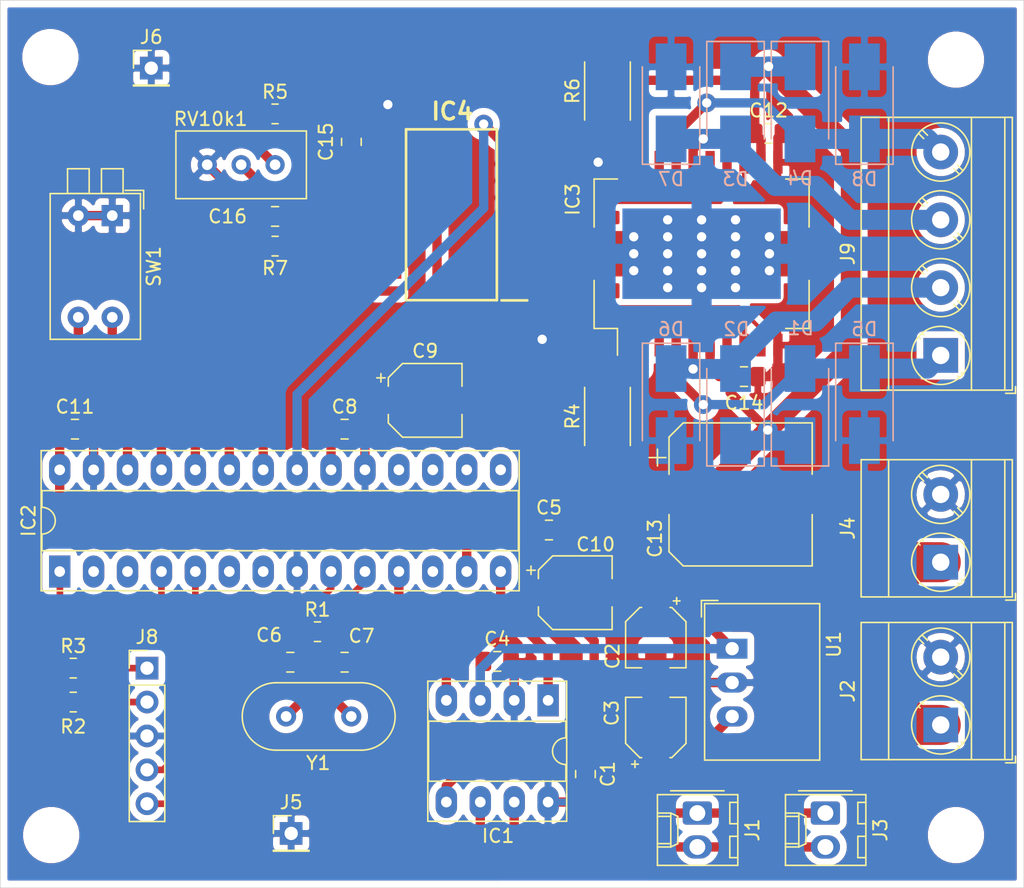
<source format=kicad_pcb>
(kicad_pcb (version 20171130) (host pcbnew "(5.1.10)-1")
  (layers (0 F.Cu signal) (31 B.Cu signal) (34 B.Paste user hide) (35 F.Paste user hide) (36 B.SilkS user) (37 F.SilkS user) (38 B.Mask user hide) (39 F.Mask user hide) (44 Edge.Cuts user))
  (net 0 "")
  (net 1 GND)
  (net 2 +3V3)
  (net 3 "Net-(C7-Pad1)")
  (net 4 +5V)
  (net 5 "Net-(IC2-Pad15)")
  (net 6 "Net-(IC2-Pad2)")
  (net 7 "Net-(IC2-Pad16)")
  (net 8 "Net-(IC2-Pad3)")
  (net 9 "Net-(IC2-Pad17)")
  (net 10 "Net-(IC2-Pad18)")
  (net 11 "Net-(IC2-Pad6)")
  (net 12 "Net-(IC2-Pad7)")
  (net 13 "Net-(IC2-Pad12)")
  (net 14 "Net-(IC2-Pad26)")
  (net 15 "Net-(R5-Pad1)")
  (net 16 "Net-(C6-Pad1)")
  (net 17 "Net-(C8-Pad1)")
  (net 18 "Net-(C16-Pad1)")
  (net 19 /OUT_A)
  (net 20 /OUT_B)
  (net 21 /OUT_C)
  (net 22 /OUT_D)
  (net 23 /TXD)
  (net 24 "Net-(IC1-Pad6)")
  (net 25 "Net-(IC1-Pad7)")
  (net 26 /RXD)
  (net 27 /MCLR)
  (net 28 /PGD)
  (net 29 /PGC)
  (net 30 /297_Enable)
  (net 31 /297_HALF_FULL)
  (net 32 /297_CLOCK)
  (net 33 /297_CW_CCW)
  (net 34 /SenseA)
  (net 35 "Net-(IC3-Pad3)")
  (net 36 /A)
  (net 37 /INHA)
  (net 38 /B)
  (net 39 /C)
  (net 40 /INHB)
  (net 41 /D)
  (net 42 "Net-(IC3-Pad18)")
  (net 43 /SenseB)
  (net 44 "Net-(IC2-Pad25)")
  (net 45 "Net-(J8-Pad1)")
  (net 46 "Net-(IC4-Pad1)")
  (net 47 "Net-(IC4-Pad3)")
  (net 48 "Net-(IC4-Pad15)")
  (net 49 "Net-(IC4-Pad20)")
  (module Capacitor_SMD:C_0805_2012Metric_Pad1.18x1.45mm_HandSolder (layer F.Cu) (at 83.1215 82.931 270)
    (fp_text reference C1 (at 0 -1.68 90) (layer F.SilkS))
    (fp_text value 100n)
    (pad 1 smd roundrect (at -1.0375 0 270) (size 1.175 1.45) (layers F.Cu F.Paste F.Mask) (roundrect_rratio 0.2127659574468085) (net 2 +3V3))
    (pad 2 smd roundrect (at 1.0375 0 270) (size 1.175 1.45) (layers F.Cu F.Paste F.Mask) (roundrect_rratio 0.2127659574468085) (net 1 GND))
  )
  (module Capacitor_SMD:CP_Elec_4x4.5 (layer F.Cu) (at 88.392 72.7075 270)
    (fp_text reference C2 (at 1.397 3.2385 90) (layer F.SilkS))
    (fp_text value "10u Elko")
    (pad 1 smd roundrect (at -1.8 0 270) (size 2.6 1.6) (layers F.Cu F.Paste F.Mask) (roundrect_rratio 0.15625) (net 4 +5V))
    (pad 2 smd roundrect (at 1.8 0 270) (size 2.6 1.6) (layers F.Cu F.Paste F.Mask) (roundrect_rratio 0.15625) (net 1 GND))
  )
  (module Capacitor_SMD:CP_Elec_4x4.5 (layer F.Cu) (at 88.392 79.4385 90)
    (fp_text reference C3 (at 1.0795 -3.302 90) (layer F.SilkS))
    (fp_text value "22u Elko")
    (pad 2 smd roundrect (at 1.8 0 90) (size 2.6 1.6) (layers F.Cu F.Paste F.Mask) (roundrect_rratio 0.15625) (net 1 GND))
    (pad 1 smd roundrect (at -1.8 0 90) (size 2.6 1.6) (layers F.Cu F.Paste F.Mask) (roundrect_rratio 0.15625) (net 2 +3V3))
  )
  (module Capacitor_SMD:C_0805_2012Metric_Pad1.18x1.45mm_HandSolder (layer F.Cu) (at 76.5175 74.4855)
    (fp_text reference C4 (at 0 -1.68) (layer F.SilkS))
    (fp_text value 100n)
    (pad 1 smd roundrect (at -1.0375 0) (size 1.175 1.45) (layers F.Cu F.Paste F.Mask) (roundrect_rratio 0.2127659574468085) (net 4 +5V))
    (pad 2 smd roundrect (at 1.0375 0) (size 1.175 1.45) (layers F.Cu F.Paste F.Mask) (roundrect_rratio 0.2127659574468085) (net 1 GND))
  )
  (module Capacitor_SMD:C_0805_2012Metric_Pad1.18x1.45mm_HandSolder (layer F.Cu) (at 80.391 64.643)
    (fp_text reference C5 (at 0 -1.68) (layer F.SilkS))
    (fp_text value 100n)
    (pad 2 smd roundrect (at 1.0375 0) (size 1.175 1.45) (layers F.Cu F.Paste F.Mask) (roundrect_rratio 0.2127659574468085) (net 1 GND))
    (pad 1 smd roundrect (at -1.0375 0) (size 1.175 1.45) (layers F.Cu F.Paste F.Mask) (roundrect_rratio 0.2127659574468085) (net 2 +3V3))
  )
  (module Capacitor_SMD:C_0805_2012Metric_Pad1.18x1.45mm_HandSolder (layer F.Cu) (at 61.0235 74.549 180)
    (fp_text reference C6 (at 1.5875 2.032) (layer F.SilkS))
    (fp_text value 22p)
    (pad 1 smd roundrect (at -1.0375 0 180) (size 1.175 1.45) (layers F.Cu F.Paste F.Mask) (roundrect_rratio 0.2127659574468085) (net 16 "Net-(C6-Pad1)"))
    (pad 2 smd roundrect (at 1.0375 0 180) (size 1.175 1.45) (layers F.Cu F.Paste F.Mask) (roundrect_rratio 0.2127659574468085) (net 1 GND))
  )
  (module Capacitor_SMD:C_0805_2012Metric_Pad1.18x1.45mm_HandSolder (layer F.Cu) (at 65.0875 74.549)
    (fp_text reference C7 (at 1.27 -1.9685) (layer F.SilkS))
    (fp_text value 22p)
    (pad 2 smd roundrect (at 1.0375 0) (size 1.175 1.45) (layers F.Cu F.Paste F.Mask) (roundrect_rratio 0.2127659574468085) (net 1 GND))
    (pad 1 smd roundrect (at -1.0375 0) (size 1.175 1.45) (layers F.Cu F.Paste F.Mask) (roundrect_rratio 0.2127659574468085) (net 3 "Net-(C7-Pad1)"))
  )
  (module Capacitor_SMD:C_0805_2012Metric_Pad1.18x1.45mm_HandSolder (layer F.Cu) (at 65.0875 57.0865)
    (fp_text reference C8 (at 0 -1.68) (layer F.SilkS))
    (fp_text value 100n)
    (pad 2 smd roundrect (at 1.0375 0) (size 1.175 1.45) (layers F.Cu F.Paste F.Mask) (roundrect_rratio 0.2127659574468085) (net 1 GND))
    (pad 1 smd roundrect (at -1.0375 0) (size 1.175 1.45) (layers F.Cu F.Paste F.Mask) (roundrect_rratio 0.2127659574468085) (net 17 "Net-(C8-Pad1)"))
  )
  (module Capacitor_SMD:CP_Elec_5x5.4 (layer F.Cu) (at 71.12 54.9275)
    (fp_text reference C9 (at 0 -3.7) (layer F.SilkS))
    (fp_text value "47u Elko")
    (pad 1 smd roundrect (at -2.2 0) (size 3 1.6) (layers F.Cu F.Paste F.Mask) (roundrect_rratio 0.15625) (net 17 "Net-(C8-Pad1)"))
    (pad 2 smd roundrect (at 2.2 0) (size 3 1.6) (layers F.Cu F.Paste F.Mask) (roundrect_rratio 0.15625) (net 1 GND))
  )
  (module Capacitor_SMD:CP_Elec_5x5.4 (layer F.Cu) (at 82.3595 69.342)
    (fp_text reference C10 (at 1.524 -3.6195) (layer F.SilkS))
    (fp_text value "47u Elko")
    (pad 2 smd roundrect (at 2.2 0) (size 3 1.6) (layers F.Cu F.Paste F.Mask) (roundrect_rratio 0.15625) (net 1 GND))
    (pad 1 smd roundrect (at -2.2 0) (size 3 1.6) (layers F.Cu F.Paste F.Mask) (roundrect_rratio 0.15625) (net 2 +3V3))
  )
  (module Capacitor_SMD:C_0805_2012Metric_Pad1.18x1.45mm_HandSolder (layer F.Cu) (at 44.8945 57.0865)
    (fp_text reference C11 (at 0 -1.68) (layer F.SilkS))
    (fp_text value 100n)
    (pad 1 smd roundrect (at -1.0375 0) (size 1.175 1.45) (layers F.Cu F.Paste F.Mask) (roundrect_rratio 0.2127659574468085) (net 2 +3V3))
    (pad 2 smd roundrect (at 1.0375 0) (size 1.175 1.45) (layers F.Cu F.Paste F.Mask) (roundrect_rratio 0.2127659574468085) (net 1 GND))
  )
  (module Capacitor_SMD:C_0805_2012Metric_Pad1.18x1.45mm_HandSolder (layer F.Cu) (at 96.8375 34.925 180)
    (fp_text reference C12 (at 0 1.7145) (layer F.SilkS))
    (fp_text value 100n)
    (pad 2 smd roundrect (at 1.0375 0 180) (size 1.175 1.45) (layers F.Cu F.Paste F.Mask) (roundrect_rratio 0.2127659574468085) (net 4 +5V))
    (pad 1 smd roundrect (at -1.0375 0 180) (size 1.175 1.45) (layers F.Cu F.Paste F.Mask) (roundrect_rratio 0.2127659574468085) (net 1 GND))
  )
  (module Capacitor_SMD:CP_Elec_10x10.5 (layer F.Cu) (at 94.742 61.976)
    (fp_text reference C13 (at -6.4135 3.302 90) (layer F.SilkS))
    (fp_text value "470u Elko")
    (pad 1 smd roundrect (at -4.2 0) (size 4.4 2.5) (layers F.Cu F.Paste F.Mask) (roundrect_rratio 0.1) (net 4 +5V))
    (pad 2 smd roundrect (at 4.2 0) (size 4.4 2.5) (layers F.Cu F.Paste F.Mask) (roundrect_rratio 0.1) (net 1 GND))
  )
  (module Capacitor_SMD:C_0805_2012Metric_Pad1.18x1.45mm_HandSolder (layer F.Cu) (at 94.996 53.1495)
    (fp_text reference C14 (at 0 1.9685) (layer F.SilkS))
    (fp_text value 100n)
    (pad 1 smd roundrect (at -1.0375 0) (size 1.175 1.45) (layers F.Cu F.Paste F.Mask) (roundrect_rratio 0.2127659574468085) (net 4 +5V))
    (pad 2 smd roundrect (at 1.0375 0) (size 1.175 1.45) (layers F.Cu F.Paste F.Mask) (roundrect_rratio 0.2127659574468085) (net 1 GND))
  )
  (module Capacitor_SMD:C_0805_2012Metric_Pad1.18x1.45mm_HandSolder (layer F.Cu) (at 65.5955 35.56 270)
    (fp_text reference C15 (at 0 1.905 90) (layer F.SilkS))
    (fp_text value 100n)
    (pad 2 smd roundrect (at 1.0375 0 270) (size 1.175 1.45) (layers F.Cu F.Paste F.Mask) (roundrect_rratio 0.2127659574468085) (net 4 +5V))
    (pad 1 smd roundrect (at -1.0375 0 270) (size 1.175 1.45) (layers F.Cu F.Paste F.Mask) (roundrect_rratio 0.2127659574468085) (net 1 GND))
  )
  (module Diode_SMD:D_SMB_Handsoldering (layer B.Cu) (at 99.187 55.245 90)
    (fp_text reference D1 (at 5.715 0.0635 180) (layer B.SilkS) (effects (justify mirror)))
    (fp_text value D)
    (pad 1 smd rect (at -2.7 0 90) (size 3.5 2.3) (layers B.Cu B.Paste B.Mask) (net 4 +5V))
    (pad 2 smd rect (at 2.7 0 90) (size 3.5 2.3) (layers B.Cu B.Paste B.Mask) (net 19 /OUT_A))
  )
  (module Diode_SMD:D_SMB_Handsoldering (layer B.Cu) (at 94.361 55.245 90)
    (fp_text reference D2 (at 5.6515 0.0635 180) (layer B.SilkS) (effects (justify mirror)))
    (fp_text value D)
    (pad 2 smd rect (at 2.7 0 90) (size 3.5 2.3) (layers B.Cu B.Paste B.Mask) (net 20 /OUT_B))
    (pad 1 smd rect (at -2.7 0 90) (size 3.5 2.3) (layers B.Cu B.Paste B.Mask) (net 4 +5V))
  )
  (module Diode_SMD:D_SMB_Handsoldering (layer B.Cu) (at 94.361 32.639 270)
    (fp_text reference D3 (at 5.715 0 180) (layer B.SilkS) (effects (justify mirror)))
    (fp_text value D)
    (pad 1 smd rect (at -2.7 0 270) (size 3.5 2.3) (layers B.Cu B.Paste B.Mask) (net 4 +5V))
    (pad 2 smd rect (at 2.7 0 270) (size 3.5 2.3) (layers B.Cu B.Paste B.Mask) (net 21 /OUT_C))
  )
  (module Diode_SMD:D_SMB_Handsoldering (layer B.Cu) (at 99.187 32.639 270)
    (fp_text reference D4 (at 5.6515 0 180) (layer B.SilkS) (effects (justify mirror)))
    (fp_text value D)
    (pad 2 smd rect (at 2.7 0 270) (size 3.5 2.3) (layers B.Cu B.Paste B.Mask) (net 22 /OUT_D))
    (pad 1 smd rect (at -2.7 0 270) (size 3.5 2.3) (layers B.Cu B.Paste B.Mask) (net 4 +5V))
  )
  (module Diode_SMD:D_SMB_Handsoldering (layer B.Cu) (at 104.013 55.245 270)
    (fp_text reference D5 (at -5.6515 0 180) (layer B.SilkS) (effects (justify mirror)))
    (fp_text value D)
    (pad 1 smd rect (at -2.7 0 270) (size 3.5 2.3) (layers B.Cu B.Paste B.Mask) (net 19 /OUT_A))
    (pad 2 smd rect (at 2.7 0 270) (size 3.5 2.3) (layers B.Cu B.Paste B.Mask) (net 1 GND))
  )
  (module Diode_SMD:D_SMB_Handsoldering (layer B.Cu) (at 89.535 55.245 270)
    (fp_text reference D6 (at -5.6515 0 180) (layer B.SilkS) (effects (justify mirror)))
    (fp_text value D)
    (pad 2 smd rect (at 2.7 0 270) (size 3.5 2.3) (layers B.Cu B.Paste B.Mask) (net 1 GND))
    (pad 1 smd rect (at -2.7 0 270) (size 3.5 2.3) (layers B.Cu B.Paste B.Mask) (net 20 /OUT_B))
  )
  (module Diode_SMD:D_SMB_Handsoldering (layer B.Cu) (at 89.535 32.639 90)
    (fp_text reference D7 (at -5.715 0 180) (layer B.SilkS) (effects (justify mirror)))
    (fp_text value D)
    (pad 1 smd rect (at -2.7 0 90) (size 3.5 2.3) (layers B.Cu B.Paste B.Mask) (net 21 /OUT_C))
    (pad 2 smd rect (at 2.7 0 90) (size 3.5 2.3) (layers B.Cu B.Paste B.Mask) (net 1 GND))
  )
  (module Diode_SMD:D_SMB_Handsoldering (layer B.Cu) (at 104.013 32.639 90)
    (fp_text reference D8 (at -5.715 0 180) (layer B.SilkS) (effects (justify mirror)))
    (fp_text value D)
    (pad 2 smd rect (at 2.7 0 90) (size 3.5 2.3) (layers B.Cu B.Paste B.Mask) (net 1 GND))
    (pad 1 smd rect (at -2.7 0 90) (size 3.5 2.3) (layers B.Cu B.Paste B.Mask) (net 22 /OUT_D))
  )
  (module MountingHole:MountingHole_3.2mm_M3 (layer F.Cu) (at 43.1165 87.503)
    (fp_text reference H1 hide)
    (fp_text value M3)
    (pad 1 np_thru_hole circle (at 0 0) (size 3.2 3.2) (drill 3.2) (layers *.Cu *.Mask))
  )
  (module MountingHole:MountingHole_3.2mm_M3 (layer F.Cu) (at 110.871 29.4005)
    (fp_text reference H2 hide)
    (fp_text value M3)
    (pad 1 np_thru_hole circle (at 0 0) (size 3.2 3.2) (drill 3.2) (layers *.Cu *.Mask))
  )
  (module MountingHole:MountingHole_3.2mm_M3 (layer F.Cu) (at 110.871 87.503)
    (fp_text reference H3 hide)
    (fp_text value M3)
    (pad 1 np_thru_hole circle (at 0 0) (size 3.2 3.2) (drill 3.2) (layers *.Cu *.Mask))
  )
  (module MountingHole:MountingHole_3.2mm_M3 (layer F.Cu) (at 43.053 29.21)
    (fp_text reference H4 hide)
    (fp_text value M3)
    (pad 1 np_thru_hole circle (at 0 0) (size 3.2 3.2) (drill 3.2) (layers *.Cu *.Mask))
  )
  (module Package_DIP:DIP-8_W7.62mm_Socket_LongPads (layer F.Cu) (at 80.3275 77.4065 270)
    (fp_text reference IC1 (at 10.16 3.7465 180) (layer F.SilkS))
    (fp_text value MCP2562FDT-H_SN)
    (pad 1 thru_hole rect (at 0 0 270) (size 2.4 1.6) (drill 0.8) (layers *.Cu *.Mask) (net 23 /TXD))
    (pad 5 thru_hole oval (at 7.62 7.62 270) (size 2.4 1.6) (drill 0.8) (layers *.Cu *.Mask) (net 2 +3V3))
    (pad 2 thru_hole oval (at 0 2.54 270) (size 2.4 1.6) (drill 0.8) (layers *.Cu *.Mask) (net 1 GND))
    (pad 6 thru_hole oval (at 7.62 5.08 270) (size 2.4 1.6) (drill 0.8) (layers *.Cu *.Mask) (net 24 "Net-(IC1-Pad6)"))
    (pad 3 thru_hole oval (at 0 5.08 270) (size 2.4 1.6) (drill 0.8) (layers *.Cu *.Mask) (net 4 +5V))
    (pad 7 thru_hole oval (at 7.62 2.54 270) (size 2.4 1.6) (drill 0.8) (layers *.Cu *.Mask) (net 25 "Net-(IC1-Pad7)"))
    (pad 4 thru_hole oval (at 0 7.62 270) (size 2.4 1.6) (drill 0.8) (layers *.Cu *.Mask) (net 26 /RXD))
    (pad 8 thru_hole oval (at 7.62 0 270) (size 2.4 1.6) (drill 0.8) (layers *.Cu *.Mask) (net 1 GND))
  )
  (module Package_DIP:DIP-28_W7.62mm_Socket_LongPads (layer F.Cu) (at 43.7515 67.7545 90)
    (fp_text reference IC2 (at 3.81 -2.33 90) (layer F.SilkS))
    (fp_text value DSPIC33EP512GP502-I_SP)
    (pad 1 thru_hole rect (at 0 0 90) (size 2.4 1.6) (drill 0.8) (layers *.Cu *.Mask) (net 27 /MCLR))
    (pad 15 thru_hole oval (at 7.62 33.02 90) (size 2.4 1.6) (drill 0.8) (layers *.Cu *.Mask) (net 5 "Net-(IC2-Pad15)"))
    (pad 2 thru_hole oval (at 0 2.54 90) (size 2.4 1.6) (drill 0.8) (layers *.Cu *.Mask) (net 6 "Net-(IC2-Pad2)"))
    (pad 16 thru_hole oval (at 7.62 30.48 90) (size 2.4 1.6) (drill 0.8) (layers *.Cu *.Mask) (net 7 "Net-(IC2-Pad16)"))
    (pad 3 thru_hole oval (at 0 5.08 90) (size 2.4 1.6) (drill 0.8) (layers *.Cu *.Mask) (net 8 "Net-(IC2-Pad3)"))
    (pad 17 thru_hole oval (at 7.62 27.94 90) (size 2.4 1.6) (drill 0.8) (layers *.Cu *.Mask) (net 9 "Net-(IC2-Pad17)"))
    (pad 4 thru_hole oval (at 0 7.62 90) (size 2.4 1.6) (drill 0.8) (layers *.Cu *.Mask) (net 28 /PGD))
    (pad 18 thru_hole oval (at 7.62 25.4 90) (size 2.4 1.6) (drill 0.8) (layers *.Cu *.Mask) (net 10 "Net-(IC2-Pad18)"))
    (pad 5 thru_hole oval (at 0 10.16 90) (size 2.4 1.6) (drill 0.8) (layers *.Cu *.Mask) (net 29 /PGC))
    (pad 19 thru_hole oval (at 7.62 22.86 90) (size 2.4 1.6) (drill 0.8) (layers *.Cu *.Mask) (net 1 GND))
    (pad 6 thru_hole oval (at 0 12.7 90) (size 2.4 1.6) (drill 0.8) (layers *.Cu *.Mask) (net 11 "Net-(IC2-Pad6)"))
    (pad 20 thru_hole oval (at 7.62 20.32 90) (size 2.4 1.6) (drill 0.8) (layers *.Cu *.Mask) (net 17 "Net-(C8-Pad1)"))
    (pad 7 thru_hole oval (at 0 15.24 90) (size 2.4 1.6) (drill 0.8) (layers *.Cu *.Mask) (net 12 "Net-(IC2-Pad7)"))
    (pad 21 thru_hole oval (at 7.62 17.78 90) (size 2.4 1.6) (drill 0.8) (layers *.Cu *.Mask) (net 30 /297_Enable))
    (pad 8 thru_hole oval (at 0 17.78 90) (size 2.4 1.6) (drill 0.8) (layers *.Cu *.Mask) (net 1 GND))
    (pad 22 thru_hole oval (at 7.62 15.24 90) (size 2.4 1.6) (drill 0.8) (layers *.Cu *.Mask) (net 31 /297_HALF_FULL))
    (pad 9 thru_hole oval (at 0 20.32 90) (size 2.4 1.6) (drill 0.8) (layers *.Cu *.Mask) (net 16 "Net-(C6-Pad1)"))
    (pad 23 thru_hole oval (at 7.62 12.7 90) (size 2.4 1.6) (drill 0.8) (layers *.Cu *.Mask) (net 32 /297_CLOCK))
    (pad 10 thru_hole oval (at 0 22.86 90) (size 2.4 1.6) (drill 0.8) (layers *.Cu *.Mask) (net 3 "Net-(C7-Pad1)"))
    (pad 24 thru_hole oval (at 7.62 10.16 90) (size 2.4 1.6) (drill 0.8) (layers *.Cu *.Mask) (net 33 /297_CW_CCW))
    (pad 11 thru_hole oval (at 0 25.4 90) (size 2.4 1.6) (drill 0.8) (layers *.Cu *.Mask) (net 26 /RXD))
    (pad 25 thru_hole oval (at 7.62 7.62 90) (size 2.4 1.6) (drill 0.8) (layers *.Cu *.Mask) (net 44 "Net-(IC2-Pad25)"))
    (pad 12 thru_hole oval (at 0 27.94 90) (size 2.4 1.6) (drill 0.8) (layers *.Cu *.Mask) (net 13 "Net-(IC2-Pad12)"))
    (pad 26 thru_hole oval (at 7.62 5.08 90) (size 2.4 1.6) (drill 0.8) (layers *.Cu *.Mask) (net 14 "Net-(IC2-Pad26)"))
    (pad 13 thru_hole oval (at 0 30.48 90) (size 2.4 1.6) (drill 0.8) (layers *.Cu *.Mask) (net 2 +3V3))
    (pad 27 thru_hole oval (at 7.62 2.54 90) (size 2.4 1.6) (drill 0.8) (layers *.Cu *.Mask) (net 1 GND))
    (pad 14 thru_hole oval (at 0 33.02 90) (size 2.4 1.6) (drill 0.8) (layers *.Cu *.Mask) (net 23 /TXD))
    (pad 28 thru_hole oval (at 7.62 0 90) (size 2.4 1.6) (drill 0.8) (layers *.Cu *.Mask) (net 2 +3V3))
  )
  (module L297:SOIC127P1032X265-20N (layer F.Cu) (at 73.0885 41.021 180)
    (fp_text reference IC4 (at -0.0635 7.747) (layer F.SilkS) (effects (font (size 1.27 1.27) (thickness 0.254))))
    (fp_text value L297D hide)
    (pad 1 smd rect (at -4.712 -5.715 270) (size 0.7 1.925) (layers F.Cu F.Paste F.Mask) (net 46 "Net-(IC4-Pad1)"))
    (pad 2 smd rect (at -4.712 -4.445 270) (size 0.7 1.925) (layers F.Cu F.Paste F.Mask) (net 1 GND))
    (pad 3 smd rect (at -4.712 -3.175 270) (size 0.7 1.925) (layers F.Cu F.Paste F.Mask) (net 47 "Net-(IC4-Pad3)"))
    (pad 4 smd rect (at -4.712 -1.905 270) (size 0.7 1.925) (layers F.Cu F.Paste F.Mask) (net 36 /A))
    (pad 5 smd rect (at -4.712 -0.635 270) (size 0.7 1.925) (layers F.Cu F.Paste F.Mask) (net 37 /INHA))
    (pad 6 smd rect (at -4.712 0.635 270) (size 0.7 1.925) (layers F.Cu F.Paste F.Mask) (net 38 /B))
    (pad 7 smd rect (at -4.712 1.905 270) (size 0.7 1.925) (layers F.Cu F.Paste F.Mask) (net 39 /C))
    (pad 8 smd rect (at -4.712 3.175 270) (size 0.7 1.925) (layers F.Cu F.Paste F.Mask) (net 40 /INHB))
    (pad 9 smd rect (at -4.712 4.445 270) (size 0.7 1.925) (layers F.Cu F.Paste F.Mask) (net 41 /D))
    (pad 10 smd rect (at -4.712 5.715 270) (size 0.7 1.925) (layers F.Cu F.Paste F.Mask) (net 30 /297_Enable))
    (pad 11 smd rect (at 4.712 5.715 270) (size 0.7 1.925) (layers F.Cu F.Paste F.Mask) (net 1 GND))
    (pad 12 smd rect (at 4.712 4.445 270) (size 0.7 1.925) (layers F.Cu F.Paste F.Mask) (net 4 +5V))
    (pad 13 smd rect (at 4.712 3.175 270) (size 0.7 1.925) (layers F.Cu F.Paste F.Mask) (net 43 /SenseB))
    (pad 14 smd rect (at 4.712 1.905 270) (size 0.7 1.925) (layers F.Cu F.Paste F.Mask) (net 34 /SenseA))
    (pad 15 smd rect (at 4.712 0.635 270) (size 0.7 1.925) (layers F.Cu F.Paste F.Mask) (net 48 "Net-(IC4-Pad15)"))
    (pad 16 smd rect (at 4.712 -0.635 270) (size 0.7 1.925) (layers F.Cu F.Paste F.Mask) (net 18 "Net-(C16-Pad1)"))
    (pad 17 smd rect (at 4.712 -1.905 270) (size 0.7 1.925) (layers F.Cu F.Paste F.Mask) (net 33 /297_CW_CCW))
    (pad 18 smd rect (at 4.712 -3.175 270) (size 0.7 1.925) (layers F.Cu F.Paste F.Mask) (net 32 /297_CLOCK))
    (pad 19 smd rect (at 4.712 -4.445 270) (size 0.7 1.925) (layers F.Cu F.Paste F.Mask) (net 31 /297_HALF_FULL))
    (pad 20 smd rect (at 4.712 -5.715 270) (size 0.7 1.925) (layers F.Cu F.Paste F.Mask) (net 49 "Net-(IC4-Pad20)"))
  )
  (module Connector_Molex:Molex_KK-254_AE-6410-02A_1x02_P2.54mm_Vertical (layer F.Cu) (at 91.5035 85.852 270)
    (fp_text reference J1 (at 1.27 -4.12 90) (layer F.SilkS))
    (fp_text value Conn_01x02)
    (pad 1 thru_hole roundrect (at 0 0 270) (size 1.74 2.19) (drill 1.19) (layers *.Cu *.Mask) (roundrect_rratio 0.1436775862068966) (net 25 "Net-(IC1-Pad7)"))
    (pad 2 thru_hole oval (at 2.54 0 270) (size 1.74 2.19) (drill 1.19) (layers *.Cu *.Mask) (net 24 "Net-(IC1-Pad6)"))
  )
  (module TerminalBlock_Phoenix:TerminalBlock_Phoenix_MKDS-3-2-5.08_1x02_P5.08mm_Horizontal (layer F.Cu) (at 109.728 79.248 90)
    (fp_text reference J2 (at 2.54 -6.96 90) (layer F.SilkS))
    (fp_text value Conn_01x02)
    (pad 2 thru_hole circle (at 5.08 0 90) (size 2.6 2.6) (drill 1.3) (layers *.Cu *.Mask) (net 1 GND))
    (pad 1 thru_hole rect (at 0 0 90) (size 2.6 2.6) (drill 1.3) (layers *.Cu *.Mask) (net 4 +5V))
  )
  (module Connector_Molex:Molex_KK-254_AE-6410-02A_1x02_P2.54mm_Vertical (layer F.Cu) (at 101.092 85.852 270)
    (fp_text reference J3 (at 1.27 -4.12 90) (layer F.SilkS))
    (fp_text value Conn_01x02)
    (pad 2 thru_hole oval (at 2.54 0 270) (size 1.74 2.19) (drill 1.19) (layers *.Cu *.Mask) (net 24 "Net-(IC1-Pad6)"))
    (pad 1 thru_hole roundrect (at 0 0 270) (size 1.74 2.19) (drill 1.19) (layers *.Cu *.Mask) (roundrect_rratio 0.1436775862068966) (net 25 "Net-(IC1-Pad7)"))
  )
  (module TerminalBlock_Phoenix:TerminalBlock_Phoenix_MKDS-3-2-5.08_1x02_P5.08mm_Horizontal (layer F.Cu) (at 109.728 67.056 90)
    (fp_text reference J4 (at 2.54 -6.96 90) (layer F.SilkS))
    (fp_text value Conn_01x02)
    (pad 1 thru_hole rect (at 0 0 90) (size 2.6 2.6) (drill 1.3) (layers *.Cu *.Mask) (net 4 +5V))
    (pad 2 thru_hole circle (at 5.08 0 90) (size 2.6 2.6) (drill 1.3) (layers *.Cu *.Mask) (net 1 GND))
  )
  (module Connector_PinHeader_2.54mm:PinHeader_1x01_P2.54mm_Vertical (layer F.Cu) (at 61.087 87.376)
    (fp_text reference J5 (at 0 -2.33) (layer F.SilkS))
    (fp_text value GND)
    (pad 1 thru_hole rect (at 0 0) (size 1.7 1.7) (drill 1) (layers *.Cu *.Mask) (net 1 GND))
  )
  (module Connector_PinHeader_2.54mm:PinHeader_1x01_P2.54mm_Vertical (layer F.Cu) (at 50.6095 30.0355)
    (fp_text reference J6 (at 0 -2.33) (layer F.SilkS))
    (fp_text value GND)
    (pad 1 thru_hole rect (at 0 0) (size 1.7 1.7) (drill 1) (layers *.Cu *.Mask) (net 1 GND))
  )
  (module Connector_PinHeader_2.54mm:PinHeader_1x05_P2.54mm_Vertical (layer F.Cu) (at 50.292 74.9935)
    (fp_text reference J8 (at 0 -2.33) (layer F.SilkS))
    (fp_text value Conn_01x05)
    (pad 1 thru_hole rect (at 0 0) (size 1.7 1.7) (drill 1) (layers *.Cu *.Mask) (net 45 "Net-(J8-Pad1)"))
    (pad 2 thru_hole oval (at 0 2.54) (size 1.7 1.7) (drill 1) (layers *.Cu *.Mask) (net 2 +3V3))
    (pad 3 thru_hole oval (at 0 5.08) (size 1.7 1.7) (drill 1) (layers *.Cu *.Mask) (net 1 GND))
    (pad 4 thru_hole oval (at 0 7.62) (size 1.7 1.7) (drill 1) (layers *.Cu *.Mask) (net 28 /PGD))
    (pad 5 thru_hole oval (at 0 10.16) (size 1.7 1.7) (drill 1) (layers *.Cu *.Mask) (net 29 /PGC))
  )
  (module TerminalBlock_Phoenix:TerminalBlock_Phoenix_MKDS-3-4-5.08_1x04_P5.08mm_Horizontal (layer F.Cu) (at 109.728 51.562 90)
    (fp_text reference J9 (at 7.62 -6.96 90) (layer F.SilkS))
    (fp_text value Conn_01x04)
    (pad 1 thru_hole rect (at 0 0 90) (size 2.6 2.6) (drill 1.3) (layers *.Cu *.Mask) (net 19 /OUT_A))
    (pad 2 thru_hole circle (at 5.08 0 90) (size 2.6 2.6) (drill 1.3) (layers *.Cu *.Mask) (net 20 /OUT_B))
    (pad 3 thru_hole circle (at 10.16 0 90) (size 2.6 2.6) (drill 1.3) (layers *.Cu *.Mask) (net 21 /OUT_C))
    (pad 4 thru_hole circle (at 15.24 0 90) (size 2.6 2.6) (drill 1.3) (layers *.Cu *.Mask) (net 22 /OUT_D))
  )
  (module Resistor_SMD:R_0805_2012Metric_Pad1.20x1.40mm_HandSolder (layer F.Cu) (at 63.0555 72.263 180)
    (fp_text reference R1 (at 0 1.651) (layer F.SilkS))
    (fp_text value 1M)
    (pad 2 smd roundrect (at 1 0 180) (size 1.2 1.4) (layers F.Cu F.Paste F.Mask) (roundrect_rratio 0.2083325) (net 16 "Net-(C6-Pad1)"))
    (pad 1 smd roundrect (at -1 0 180) (size 1.2 1.4) (layers F.Cu F.Paste F.Mask) (roundrect_rratio 0.2083325) (net 3 "Net-(C7-Pad1)"))
  )
  (module Resistor_SMD:R_0805_2012Metric_Pad1.20x1.40mm_HandSolder (layer F.Cu) (at 44.7675 77.5335)
    (fp_text reference R2 (at 0 1.8415) (layer F.SilkS))
    (fp_text value 10k)
    (pad 1 smd roundrect (at -1 0) (size 1.2 1.4) (layers F.Cu F.Paste F.Mask) (roundrect_rratio 0.2083325) (net 27 /MCLR))
    (pad 2 smd roundrect (at 1 0) (size 1.2 1.4) (layers F.Cu F.Paste F.Mask) (roundrect_rratio 0.2083325) (net 2 +3V3))
  )
  (module Resistor_SMD:R_0805_2012Metric_Pad1.20x1.40mm_HandSolder (layer F.Cu) (at 44.7675 74.9935)
    (fp_text reference R3 (at 0 -1.65) (layer F.SilkS))
    (fp_text value 470)
    (pad 1 smd roundrect (at -1 0) (size 1.2 1.4) (layers F.Cu F.Paste F.Mask) (roundrect_rratio 0.2083325) (net 27 /MCLR))
    (pad 2 smd roundrect (at 1 0) (size 1.2 1.4) (layers F.Cu F.Paste F.Mask) (roundrect_rratio 0.2083325) (net 45 "Net-(J8-Pad1)"))
  )
  (module Resistor_SMD:R_2512_6332Metric_Pad1.40x3.35mm_HandSolder (layer F.Cu) (at 84.7725 56.134 90)
    (fp_text reference R4 (at 0 -2.62 90) (layer F.SilkS))
    (fp_text value 500m)
    (pad 2 smd roundrect (at 3.05 0 90) (size 1.4 3.35) (layers F.Cu F.Paste F.Mask) (roundrect_rratio 0.1785707142857143) (net 34 /SenseA))
    (pad 1 smd roundrect (at -3.05 0 90) (size 1.4 3.35) (layers F.Cu F.Paste F.Mask) (roundrect_rratio 0.1785707142857143) (net 1 GND))
  )
  (module Resistor_SMD:R_0805_2012Metric_Pad1.20x1.40mm_HandSolder (layer F.Cu) (at 59.8805 33.4645)
    (fp_text reference R5 (at 0 -1.65) (layer F.SilkS))
    (fp_text value 10k)
    (pad 1 smd roundrect (at -1 0) (size 1.2 1.4) (layers F.Cu F.Paste F.Mask) (roundrect_rratio 0.2083325) (net 15 "Net-(R5-Pad1)"))
    (pad 2 smd roundrect (at 1 0) (size 1.2 1.4) (layers F.Cu F.Paste F.Mask) (roundrect_rratio 0.2083325) (net 4 +5V))
  )
  (module Resistor_SMD:R_2512_6332Metric_Pad1.40x3.35mm_HandSolder (layer F.Cu) (at 84.7725 31.75 90)
    (fp_text reference R6 (at 0 -2.62 90) (layer F.SilkS))
    (fp_text value 500m)
    (pad 1 smd roundrect (at -3.05 0 90) (size 1.4 3.35) (layers F.Cu F.Paste F.Mask) (roundrect_rratio 0.1785707142857143) (net 43 /SenseB))
    (pad 2 smd roundrect (at 3.05 0 90) (size 1.4 3.35) (layers F.Cu F.Paste F.Mask) (roundrect_rratio 0.1785707142857143) (net 1 GND))
  )
  (module Resistor_SMD:R_0805_2012Metric_Pad1.20x1.40mm_HandSolder (layer F.Cu) (at 59.8805 43.3705 180)
    (fp_text reference R7 (at 0 -1.65) (layer F.SilkS))
    (fp_text value 22k)
    (pad 2 smd roundrect (at 1 0 180) (size 1.2 1.4) (layers F.Cu F.Paste F.Mask) (roundrect_rratio 0.2083325) (net 4 +5V))
    (pad 1 smd roundrect (at -1 0 180) (size 1.2 1.4) (layers F.Cu F.Paste F.Mask) (roundrect_rratio 0.2083325) (net 18 "Net-(C16-Pad1)"))
  )
  (module Potentiometer_THT:Potentiometer_Bourns_3296W_Vertical (layer F.Cu) (at 59.8805 37.2745)
    (fp_text reference RV10k1 (at -4.826 -3.429) (layer F.SilkS))
    (fp_text value R_POT)
    (pad 1 thru_hole circle (at 0 0) (size 1.44 1.44) (drill 0.8) (layers *.Cu *.Mask) (net 15 "Net-(R5-Pad1)"))
    (pad 2 thru_hole circle (at -2.54 0) (size 1.44 1.44) (drill 0.8) (layers *.Cu *.Mask) (net 48 "Net-(IC4-Pad15)"))
    (pad 3 thru_hole circle (at -5.08 0) (size 1.44 1.44) (drill 0.8) (layers *.Cu *.Mask) (net 1 GND))
  )
  (module Button_Switch_THT:SW_DIP_SPSTx02_Piano_10.8x6.64mm_W7.62mm_P2.54mm (layer F.Cu) (at 47.6885 41.0845 270)
    (fp_text reference SW1 (at 3.81 -3.11 90) (layer F.SilkS))
    (fp_text value SW_DIP_x02)
    (pad 1 thru_hole rect (at 0 0 270) (size 1.6 1.6) (drill 0.8) (layers *.Cu *.Mask) (net 1 GND))
    (pad 3 thru_hole oval (at 7.62 2.54 270) (size 1.6 1.6) (drill 0.8) (layers *.Cu *.Mask) (net 14 "Net-(IC2-Pad26)"))
    (pad 2 thru_hole oval (at 0 2.54 270) (size 1.6 1.6) (drill 0.8) (layers *.Cu *.Mask) (net 1 GND))
    (pad 4 thru_hole oval (at 7.62 0 270) (size 1.6 1.6) (drill 0.8) (layers *.Cu *.Mask) (net 44 "Net-(IC2-Pad25)"))
  )
  (module Converter_DCDC:Converter_DCDC_RECOM_R-78E-0.5_THT (layer F.Cu) (at 94.107 73.533 270)
    (fp_text reference U1 (at -0.3175 -7.62 90) (layer F.SilkS))
    (fp_text value "VXO 7803-500")
    (pad 1 thru_hole rect (at 0 0 270) (size 1.5 2.3) (drill 1) (layers *.Cu *.Mask) (net 4 +5V))
    (pad 2 thru_hole oval (at 2.54 0 270) (size 1.5 2.3) (drill 1) (layers *.Cu *.Mask) (net 1 GND))
    (pad 3 thru_hole oval (at 5.08 0 270) (size 1.5 2.3) (drill 1) (layers *.Cu *.Mask) (net 2 +3V3))
  )
  (module Crystal:Crystal_HC49-4H_Vertical (layer F.Cu) (at 60.706 78.613)
    (fp_text reference Y1 (at 2.413 3.4925) (layer F.SilkS))
    (fp_text value "8 MHz")
    (pad 1 thru_hole circle (at 0 0) (size 1.5 1.5) (drill 0.8) (layers *.Cu *.Mask) (net 16 "Net-(C6-Pad1)"))
    (pad 2 thru_hole circle (at 4.88 0) (size 1.5 1.5) (drill 0.8) (layers *.Cu *.Mask) (net 3 "Net-(C7-Pad1)"))
  )
  (module Capacitor_SMD:C_0805_2012Metric_Pad1.18x1.45mm_HandSolder (layer F.Cu) (at 59.8805 41.148 180)
    (fp_text reference C16 (at 3.556 0) (layer F.SilkS))
    (fp_text value 3,3n)
    (pad 1 smd roundrect (at -1.0375 0 180) (size 1.175 1.45) (layers F.Cu F.Paste F.Mask) (roundrect_rratio 0.2127659574468085) (net 18 "Net-(C16-Pad1)"))
    (pad 2 smd roundrect (at 1.0375 0 180) (size 1.175 1.45) (layers F.Cu F.Paste F.Mask) (roundrect_rratio 0.2127659574468085) (net 1 GND))
  )
  (module Package_SO:HSOP-20-1EP_11.0x15.9mm_P1.27mm_SlugDown_ThermalVias (layer F.Cu) (at 91.821 43.942 90)
    (fp_text reference IC3 (at 4.064 -9.652 90) (layer F.SilkS))
    (fp_text value L298P)
    (pad 1 smd rect (at -6.85 -5.715 90) (size 1.7 0.7) (layers F.Cu F.Paste F.Mask) (net 1 GND))
    (pad 21 smd rect (at 0 0 90) (size 6.4 11.27) (layers F.Cu F.Paste F.Mask) (net 1 GND))
    (pad 2 smd rect (at -6.85 -4.445 90) (size 1.7 0.7) (layers F.Cu F.Paste F.Mask) (net 34 /SenseA))
    (pad 3 smd rect (at -6.85 -3.175 90) (size 1.7 0.7) (layers F.Cu F.Paste F.Mask) (net 35 "Net-(IC3-Pad3)"))
    (pad 4 smd rect (at -6.85 -1.905 90) (size 1.7 0.7) (layers F.Cu F.Paste F.Mask) (net 19 /OUT_A))
    (pad 5 smd rect (at -6.85 -0.635 90) (size 1.7 0.7) (layers F.Cu F.Paste F.Mask) (net 20 /OUT_B))
    (pad 6 smd rect (at -6.85 0.635 90) (size 1.7 0.7) (layers F.Cu F.Paste F.Mask) (net 4 +5V))
    (pad 7 smd rect (at -6.85 1.905 90) (size 1.7 0.7) (layers F.Cu F.Paste F.Mask) (net 36 /A))
    (pad 8 smd rect (at -6.85 3.175 90) (size 1.7 0.7) (layers F.Cu F.Paste F.Mask) (net 37 /INHA))
    (pad 9 smd rect (at -6.85 4.445 90) (size 1.7 0.7) (layers F.Cu F.Paste F.Mask) (net 38 /B))
    (pad 10 smd rect (at -6.85 5.715 90) (size 1.7 0.7) (layers F.Cu F.Paste F.Mask) (net 1 GND))
    (pad 11 smd rect (at 6.85 5.715 90) (size 1.7 0.7) (layers F.Cu F.Paste F.Mask) (net 1 GND))
    (pad 12 smd rect (at 6.85 4.445 90) (size 1.7 0.7) (layers F.Cu F.Paste F.Mask) (net 4 +5V))
    (pad 13 smd rect (at 6.85 3.175 90) (size 1.7 0.7) (layers F.Cu F.Paste F.Mask) (net 39 /C))
    (pad 14 smd rect (at 6.85 1.905 90) (size 1.7 0.7) (layers F.Cu F.Paste F.Mask) (net 40 /INHB))
    (pad 15 smd rect (at 6.85 0.635 90) (size 1.7 0.7) (layers F.Cu F.Paste F.Mask) (net 41 /D))
    (pad 16 smd rect (at 6.85 -0.635 90) (size 1.7 0.7) (layers F.Cu F.Paste F.Mask) (net 21 /OUT_C))
    (pad 17 smd rect (at 6.85 -1.905 90) (size 1.7 0.7) (layers F.Cu F.Paste F.Mask) (net 22 /OUT_D))
    (pad 18 smd rect (at 6.85 -3.175 90) (size 1.7 0.7) (layers F.Cu F.Paste F.Mask) (net 42 "Net-(IC3-Pad18)"))
    (pad 19 smd rect (at 6.85 -4.445 90) (size 1.7 0.7) (layers F.Cu F.Paste F.Mask) (net 43 /SenseB))
    (pad 20 smd rect (at 6.85 -5.715 90) (size 1.7 0.7) (layers F.Cu F.Paste F.Mask) (net 1 GND))
    (pad 21 smd rect (at 0 -6.8425 90) (size 3.4 2.415) (layers F.Cu F.Paste F.Mask) (net 1 GND))
    (pad 21 smd rect (at 0 6.8425 90) (size 3.4 2.415) (layers F.Cu F.Paste F.Mask) (net 1 GND))
    (pad 21 thru_hole circle (at 1.27 5.08 90) (size 1 1) (drill 0.7) (layers *.Cu) (net 1 GND))
    (pad 21 thru_hole circle (at 0 5.08 90) (size 1 1) (drill 0.7) (layers *.Cu) (net 1 GND))
    (pad 21 thru_hole circle (at -1.27 5.08 90) (size 1 1) (drill 0.7) (layers *.Cu) (net 1 GND))
    (pad 21 thru_hole circle (at 2.54 2.54 90) (size 1 1) (drill 0.7) (layers *.Cu) (net 1 GND))
    (pad 21 thru_hole circle (at 1.27 2.54 90) (size 1 1) (drill 0.7) (layers *.Cu) (net 1 GND))
    (pad 21 thru_hole circle (at 0 2.54 90) (size 1 1) (drill 0.7) (layers *.Cu) (net 1 GND))
    (pad 21 thru_hole circle (at -1.27 2.54 90) (size 1 1) (drill 0.7) (layers *.Cu) (net 1 GND))
    (pad 21 thru_hole circle (at -2.54 2.54 90) (size 1 1) (drill 0.7) (layers *.Cu) (net 1 GND))
    (pad 21 thru_hole circle (at 2.54 0 90) (size 1 1) (drill 0.7) (layers *.Cu) (net 1 GND))
    (pad 21 thru_hole circle (at 1.27 0 90) (size 1 1) (drill 0.7) (layers *.Cu) (net 1 GND))
    (pad 21 thru_hole circle (at 0 0 90) (size 1 1) (drill 0.7) (layers *.Cu) (net 1 GND))
    (pad 21 thru_hole circle (at -1.27 0 90) (size 1 1) (drill 0.7) (layers *.Cu) (net 1 GND))
    (pad 21 thru_hole circle (at -2.54 0 90) (size 1 1) (drill 0.7) (layers *.Cu) (net 1 GND))
    (pad 21 thru_hole circle (at 2.54 -2.54 90) (size 1 1) (drill 0.7) (layers *.Cu) (net 1 GND))
    (pad 21 thru_hole circle (at 1.27 -2.54 90) (size 1 1) (drill 0.7) (layers *.Cu) (net 1 GND))
    (pad 21 thru_hole circle (at 0 -2.54 90) (size 1 1) (drill 0.7) (layers *.Cu) (net 1 GND))
    (pad 21 thru_hole circle (at -1.27 -2.54 90) (size 1 1) (drill 0.7) (layers *.Cu) (net 1 GND))
    (pad 21 thru_hole circle (at -2.54 -2.54 90) (size 1 1) (drill 0.7) (layers *.Cu) (net 1 GND))
    (pad 21 thru_hole circle (at 1.27 -5.08 90) (size 1 1) (drill 0.7) (layers *.Cu) (net 1 GND))
    (pad 21 thru_hole circle (at 0 -5.08 90) (size 1 1) (drill 0.7) (layers *.Cu) (net 1 GND))
    (pad 21 thru_hole circle (at -1.27 -5.08 90) (size 1 1) (drill 0.7) (layers *.Cu) (net 1 GND))
    (pad 21 smd rect (at 0 0 90) (size 6.78 11.86) (layers B.Cu) (net 1 GND))
  )
  (gr_line (start 39.3065 24.9555) (end 39.3065 25.2095) (layer Edge.Cuts) (width 0.05))
  (gr_line (start 115.951 24.9555) (end 39.3065 24.9555) (layer Edge.Cuts) (width 0.05))
  (gr_line (start 39.3065 25.527) (end 39.3065 25.2095) (layer Edge.Cuts) (width 0.05))
  (gr_line (start 39.3065 91.44) (end 39.3065 25.527) (layer Edge.Cuts) (width 0.05))
  (gr_line (start 115.951 91.44) (end 39.3065 91.44) (layer Edge.Cuts) (width 0.05))
  (gr_line (start 115.951 24.9555) (end 115.951 91.44) (layer Edge.Cuts) (width 0.05))
  (segment (start 77.7875 74.718) (end 77.555 74.4855) (width 0.7) (layer F.Cu) (net 1))
  (segment (start 77.7875 77.4065) (end 77.7875 74.718) (width 0.7) (layer F.Cu) (net 1))
  (segment (start 82.0635 85.0265) (end 83.1215 83.9685) (width 0.7) (layer F.Cu) (net 1))
  (segment (start 80.3275 85.0265) (end 82.0635 85.0265) (width 0.7) (layer F.Cu) (net 1))
  (segment (start 66.6115 57.573) (end 66.125 57.0865) (width 0.7) (layer F.Cu) (net 1))
  (segment (start 66.6115 60.1345) (end 66.6115 57.573) (width 0.7) (layer F.Cu) (net 1))
  (segment (start 71.161 57.0865) (end 73.32 54.9275) (width 0.7) (layer F.Cu) (net 1))
  (segment (start 66.125 57.0865) (end 71.161 57.0865) (width 0.7) (layer F.Cu) (net 1))
  (segment (start 46.2915 57.446) (end 45.932 57.0865) (width 0.7) (layer F.Cu) (net 1))
  (segment (start 46.2915 60.1345) (end 46.2915 57.446) (width 0.7) (layer F.Cu) (net 1))
  (segment (start 94.107 76.073) (end 88.392 76.073) (width 0.7) (layer F.Cu) (net 1))
  (segment (start 88.392 76.073) (end 88.392 77.6385) (width 0.7) (layer F.Cu) (net 1))
  (segment (start 88.392 74.5075) (end 88.392 76.073) (width 0.7) (layer F.Cu) (net 1))
  (segment (start 81.4285 66.211) (end 84.5595 69.342) (width 0.7) (layer F.Cu) (net 1))
  (segment (start 81.4285 64.643) (end 81.4285 66.211) (width 0.7) (layer F.Cu) (net 1))
  (segment (start 45.1485 41.0845) (end 47.6885 41.0845) (width 0.7) (layer F.Cu) (net 1))
  (segment (start 66.379 35.306) (end 65.5955 34.5225) (width 0.7) (layer F.Cu) (net 1))
  (segment (start 68.3765 35.306) (end 66.379 35.306) (width 0.7) (layer F.Cu) (net 1))
  (segment (start 58.674 41.148) (end 54.8005 37.2745) (width 0.7) (layer F.Cu) (net 1))
  (segment (start 58.843 41.148) (end 58.674 41.148) (width 0.7) (layer F.Cu) (net 1))
  (via (at 68.326 32.766) (size 1.4) (drill 0.7) (layers F.Cu B.Cu) (net 1))
  (via (at 84.074 37.084) (size 1.4) (drill 0.7) (layers F.Cu B.Cu) (net 1))
  (via (at 79.883 50.3555) (size 1.4) (drill 0.7) (layers F.Cu B.Cu) (net 1))
  (segment (start 88.265 43.942) (end 90.043 42.164) (width 1.5) (layer B.Cu) (net 1))
  (segment (start 88.265 43.942) (end 88.2015 43.942) (width 1.5) (layer B.Cu) (net 1))
  (segment (start 88.265 43.942) (end 88.265 44.0055) (width 1.5) (layer B.Cu) (net 1))
  (segment (start 88.265 43.942) (end 90.1065 45.7835) (width 1.5) (layer B.Cu) (net 1))
  (segment (start 97.536 50.792) (end 97.536 52.451) (width 0.7) (layer F.Cu) (net 1))
  (segment (start 96.8375 53.1495) (end 96.0335 53.1495) (width 0.7) (layer F.Cu) (net 1))
  (segment (start 97.536 52.451) (end 96.8375 53.1495) (width 0.7) (layer F.Cu) (net 1))
  (segment (start 97.536 35.264) (end 97.875 34.925) (width 0.7) (layer F.Cu) (net 1))
  (segment (start 97.536 37.092) (end 97.536 35.264) (width 0.7) (layer F.Cu) (net 1))
  (segment (start 91.821 43.942) (end 84.8995 43.942) (width 1.5) (layer B.Cu) (net 1))
  (segment (start 91.821 41.402) (end 91.821 39.8145) (width 1.5) (layer B.Cu) (net 1))
  (segment (start 91.821 43.942) (end 98.7425 43.942) (width 1.5) (layer B.Cu) (net 1))
  (segment (start 91.821 46.482) (end 91.821 48.0695) (width 1.5) (layer B.Cu) (net 1))
  (segment (start 50.292 77.5335) (end 45.7675 77.5335) (width 0.5) (layer F.Cu) (net 2))
  (segment (start 72.7075 85.0265) (end 72.7075 83.82) (width 0.7) (layer F.Cu) (net 2))
  (segment (start 74.634 81.8935) (end 83.1215 81.8935) (width 0.7) (layer F.Cu) (net 2))
  (segment (start 72.7075 83.82) (end 74.634 81.8935) (width 0.7) (layer F.Cu) (net 2))
  (segment (start 43.7515 57.192) (end 43.857 57.0865) (width 0.7) (layer F.Cu) (net 2))
  (segment (start 43.7515 60.1345) (end 43.7515 57.192) (width 0.7) (layer F.Cu) (net 2))
  (segment (start 91.4815 81.2385) (end 94.107 78.613) (width 0.7) (layer F.Cu) (net 2))
  (segment (start 88.392 81.2385) (end 91.4815 81.2385) (width 0.7) (layer F.Cu) (net 2))
  (segment (start 83.7765 81.2385) (end 83.1215 81.8935) (width 0.7) (layer F.Cu) (net 2))
  (segment (start 88.392 81.2385) (end 83.7765 81.2385) (width 0.7) (layer F.Cu) (net 2))
  (segment (start 83.7765 72.959) (end 80.1595 69.342) (width 0.7) (layer F.Cu) (net 2))
  (segment (start 83.7765 81.2385) (end 83.7765 72.959) (width 0.7) (layer F.Cu) (net 2))
  (segment (start 79.3535 68.536) (end 80.1595 69.342) (width 0.7) (layer F.Cu) (net 2))
  (segment (start 79.3535 64.643) (end 79.3535 68.536) (width 0.7) (layer F.Cu) (net 2))
  (segment (start 74.2315 64.643) (end 74.2315 67.7545) (width 0.7) (layer F.Cu) (net 2))
  (segment (start 79.3535 64.643) (end 74.2315 64.643) (width 0.7) (layer F.Cu) (net 2))
  (segment (start 42.418 64.643) (end 40.9575 66.1035) (width 0.7) (layer F.Cu) (net 2))
  (segment (start 40.9575 66.1035) (end 40.9575 78.5495) (width 0.7) (layer F.Cu) (net 2))
  (segment (start 40.9575 78.5495) (end 42.418 80.01) (width 0.7) (layer F.Cu) (net 2))
  (segment (start 42.418 80.01) (end 45.085 80.01) (width 0.7) (layer F.Cu) (net 2))
  (segment (start 45.7675 79.3275) (end 45.7675 77.5335) (width 0.7) (layer F.Cu) (net 2))
  (segment (start 45.085 80.01) (end 45.7675 79.3275) (width 0.7) (layer F.Cu) (net 2))
  (segment (start 43.7515 60.1345) (end 43.7515 64.516) (width 0.7) (layer F.Cu) (net 2))
  (segment (start 43.8785 64.643) (end 42.418 64.643) (width 0.7) (layer F.Cu) (net 2))
  (segment (start 43.7515 64.516) (end 43.8785 64.643) (width 0.7) (layer F.Cu) (net 2))
  (segment (start 74.2315 64.643) (end 43.8785 64.643) (width 0.7) (layer F.Cu) (net 2))
  (segment (start 66.6115 68.5165) (end 66.6115 67.7545) (width 0.5) (layer F.Cu) (net 3))
  (segment (start 64.0555 71.0725) (end 66.6115 68.5165) (width 0.5) (layer F.Cu) (net 3))
  (segment (start 64.0555 72.263) (end 64.0555 71.0725) (width 0.5) (layer F.Cu) (net 3))
  (segment (start 64.05 77.077) (end 65.586 78.613) (width 0.7) (layer F.Cu) (net 3))
  (segment (start 64.05 74.549) (end 64.05 77.077) (width 0.7) (layer F.Cu) (net 3))
  (segment (start 64.0555 74.5435) (end 64.05 74.549) (width 0.7) (layer F.Cu) (net 3))
  (segment (start 64.0555 72.263) (end 64.0555 74.5435) (width 0.7) (layer F.Cu) (net 3))
  (segment (start 75.2475 74.718) (end 75.48 74.4855) (width 0.7) (layer F.Cu) (net 4))
  (segment (start 75.2475 77.4065) (end 75.2475 74.718) (width 0.7) (layer F.Cu) (net 4))
  (segment (start 91.4815 70.9075) (end 94.107 73.533) (width 0.7) (layer F.Cu) (net 4))
  (segment (start 88.392 70.9075) (end 91.4815 70.9075) (width 0.7) (layer F.Cu) (net 4))
  (segment (start 68.355 36.5975) (end 68.3765 36.576) (width 0.7) (layer F.Cu) (net 4))
  (segment (start 65.5955 36.5975) (end 68.355 36.5975) (width 0.7) (layer F.Cu) (net 4))
  (segment (start 65.6285 30.955) (end 63.0555 33.528) (width 0.7) (layer F.Cu) (net 4))
  (segment (start 63.0555 33.528) (end 63.0555 35.4965) (width 0.7) (layer F.Cu) (net 4))
  (segment (start 64.1565 36.5975) (end 65.5955 36.5975) (width 0.7) (layer F.Cu) (net 4))
  (segment (start 63.0555 35.4965) (end 64.1565 36.5975) (width 0.7) (layer F.Cu) (net 4))
  (segment (start 62.992 33.4645) (end 63.0555 33.528) (width 0.7) (layer F.Cu) (net 4))
  (segment (start 60.8805 33.4645) (end 62.992 33.4645) (width 0.7) (layer F.Cu) (net 4))
  (segment (start 56.294 30.955) (end 65.6285 30.955) (width 0.7) (layer F.Cu) (net 4))
  (segment (start 52.2605 34.9885) (end 56.294 30.955) (width 0.7) (layer F.Cu) (net 4))
  (segment (start 52.2605 39.1795) (end 52.2605 34.9885) (width 0.7) (layer F.Cu) (net 4))
  (segment (start 56.4515 43.3705) (end 52.2605 39.1795) (width 0.7) (layer F.Cu) (net 4))
  (segment (start 58.8805 43.3705) (end 56.4515 43.3705) (width 0.7) (layer F.Cu) (net 4))
  (segment (start 109.728 67.056) (end 95.622 67.056) (width 1.5) (layer F.Cu) (net 4))
  (segment (start 92.2435 67.056) (end 88.392 70.9075) (width 1.5) (layer F.Cu) (net 4))
  (segment (start 95.622 67.056) (end 92.2435 67.056) (width 1.5) (layer F.Cu) (net 4))
  (segment (start 107.696 79.248) (end 109.728 79.248) (width 3) (layer F.Cu) (net 4))
  (segment (start 104.902 76.454) (end 107.696 79.248) (width 3) (layer F.Cu) (net 4))
  (segment (start 104.902 69.723) (end 104.902 76.454) (width 3) (layer F.Cu) (net 4))
  (segment (start 107.569 67.056) (end 104.902 69.723) (width 3) (layer F.Cu) (net 4))
  (segment (start 109.728 67.056) (end 107.569 67.056) (width 3) (layer F.Cu) (net 4))
  (segment (start 90.542 61.976) (end 91.7575 61.976) (width 1.5) (layer F.Cu) (net 4))
  (segment (start 94.107 73.533) (end 76.7715 73.533) (width 0.7) (layer B.Cu) (net 4))
  (segment (start 75.2475 75.057) (end 75.2475 77.4065) (width 0.7) (layer B.Cu) (net 4))
  (segment (start 76.7715 73.533) (end 75.2475 75.057) (width 0.7) (layer B.Cu) (net 4))
  (segment (start 96.266 35.391) (end 95.8 34.925) (width 0.7) (layer F.Cu) (net 4))
  (segment (start 96.266 37.092) (end 96.266 35.391) (width 0.7) (layer F.Cu) (net 4))
  (segment (start 90.542 65.3545) (end 92.2435 67.056) (width 1.5) (layer F.Cu) (net 4))
  (segment (start 90.542 61.976) (end 90.542 65.3545) (width 1.5) (layer F.Cu) (net 4))
  (segment (start 91.948 61.976) (end 90.542 61.976) (width 1.5) (layer F.Cu) (net 4))
  (segment (start 102.997 36.068) (end 102.997 50.927) (width 1.5) (layer F.Cu) (net 4))
  (segment (start 96.8375 29.9085) (end 96.8375 29.9085) (width 1.5) (layer F.Cu) (net 4))
  (segment (start 92.456 50.792) (end 92.456 52.451) (width 0.7) (layer F.Cu) (net 4))
  (segment (start 93.1545 53.1495) (end 93.9585 53.1495) (width 0.7) (layer F.Cu) (net 4))
  (segment (start 92.456 52.451) (end 93.1545 53.1495) (width 0.7) (layer F.Cu) (net 4))
  (segment (start 96.55175 57.37225) (end 91.948 61.976) (width 1.5) (layer F.Cu) (net 4))
  (segment (start 102.997 50.927) (end 96.774 57.15) (width 1.5) (layer F.Cu) (net 4))
  (segment (start 96.8375 29.9085) (end 102.997 36.068) (width 1.5) (layer F.Cu) (net 4))
  (via (at 96.8375 29.9085) (size 1.4) (drill 0.7) (layers F.Cu B.Cu) (net 4))
  (segment (start 95.8 30.946) (end 96.8375 29.9085) (width 0.7) (layer F.Cu) (net 4))
  (segment (start 95.8 34.925) (end 95.8 30.946) (width 0.7) (layer F.Cu) (net 4))
  (segment (start 65.6375 30.946) (end 65.6285 30.955) (width 0.7) (layer F.Cu) (net 4))
  (segment (start 95.8 30.946) (end 65.6375 30.946) (width 0.7) (layer F.Cu) (net 4))
  (segment (start 96.774 57.15) (end 96.55175 57.37225) (width 1.5) (layer F.Cu) (net 4))
  (via (at 96.774 57.15) (size 1.4) (drill 0.7) (layers F.Cu B.Cu) (net 4))
  (segment (start 93.9585 54.3345) (end 96.774 57.15) (width 0.7) (layer F.Cu) (net 4))
  (segment (start 93.9585 53.1495) (end 93.9585 54.3345) (width 0.7) (layer F.Cu) (net 4))
  (segment (start 96.774 57.8485) (end 96.8705 57.945) (width 1.5) (layer B.Cu) (net 4))
  (segment (start 96.774 57.15) (end 96.774 57.8485) (width 1.5) (layer B.Cu) (net 4))
  (segment (start 96.8705 57.945) (end 99.187 57.945) (width 1.5) (layer B.Cu) (net 4))
  (segment (start 94.361 57.945) (end 96.8705 57.945) (width 1.5) (layer B.Cu) (net 4))
  (segment (start 96.807 29.939) (end 96.8375 29.9085) (width 1.5) (layer B.Cu) (net 4))
  (segment (start 94.361 29.939) (end 96.807 29.939) (width 1.5) (layer B.Cu) (net 4))
  (segment (start 99.1565 29.9085) (end 99.187 29.939) (width 1.5) (layer B.Cu) (net 4))
  (segment (start 96.8375 29.9085) (end 99.1565 29.9085) (width 1.5) (layer B.Cu) (net 4))
  (segment (start 48.8315 60.1345) (end 48.8315 55.88) (width 0.7) (layer F.Cu) (net 14))
  (segment (start 45.1485 52.197) (end 45.1485 48.7045) (width 0.7) (layer F.Cu) (net 14))
  (segment (start 48.8315 55.88) (end 45.1485 52.197) (width 0.7) (layer F.Cu) (net 14))
  (segment (start 58.8805 36.2745) (end 59.8805 37.2745) (width 0.7) (layer F.Cu) (net 15))
  (segment (start 58.8805 33.4645) (end 58.8805 36.2745) (width 0.7) (layer F.Cu) (net 15))
  (segment (start 64.0715 69.0245) (end 64.0715 67.7545) (width 0.5) (layer F.Cu) (net 16))
  (segment (start 62.0555 71.0405) (end 64.0715 69.0245) (width 0.5) (layer F.Cu) (net 16))
  (segment (start 62.0555 72.263) (end 62.0555 71.0405) (width 0.5) (layer F.Cu) (net 16))
  (segment (start 62.061 77.258) (end 60.706 78.613) (width 0.7) (layer F.Cu) (net 16))
  (segment (start 62.061 74.549) (end 62.061 77.258) (width 0.7) (layer F.Cu) (net 16))
  (segment (start 62.0555 74.5435) (end 62.061 74.549) (width 0.7) (layer F.Cu) (net 16))
  (segment (start 62.0555 72.263) (end 62.0555 74.5435) (width 0.7) (layer F.Cu) (net 16))
  (segment (start 64.0715 57.108) (end 64.05 57.0865) (width 0.7) (layer F.Cu) (net 17))
  (segment (start 64.0715 60.1345) (end 64.0715 57.108) (width 0.7) (layer F.Cu) (net 17))
  (segment (start 64.05 57.0865) (end 64.05 56.0285) (width 0.7) (layer F.Cu) (net 17))
  (segment (start 65.151 54.9275) (end 68.92 54.9275) (width 0.7) (layer F.Cu) (net 17))
  (segment (start 64.05 56.0285) (end 65.151 54.9275) (width 0.7) (layer F.Cu) (net 17))
  (segment (start 61.426 41.656) (end 60.918 41.148) (width 0.7) (layer F.Cu) (net 18))
  (segment (start 68.3765 41.656) (end 61.426 41.656) (width 0.7) (layer F.Cu) (net 18))
  (segment (start 60.918 43.333) (end 60.8805 43.3705) (width 0.7) (layer F.Cu) (net 18))
  (segment (start 60.918 41.148) (end 60.918 43.333) (width 0.7) (layer F.Cu) (net 18))
  (via (at 91.948 55.245) (size 1.4) (drill 0.7) (layers F.Cu B.Cu) (net 19))
  (segment (start 99.187 52.545) (end 104.013 52.545) (width 1.5) (layer B.Cu) (net 19))
  (segment (start 108.745 52.545) (end 109.728 51.562) (width 1.5) (layer B.Cu) (net 19))
  (segment (start 104.013 52.545) (end 108.745 52.545) (width 1.5) (layer B.Cu) (net 19))
  (segment (start 89.916 53.213) (end 91.948 55.245) (width 0.7) (layer F.Cu) (net 19))
  (segment (start 89.916 50.792) (end 89.916 53.213) (width 0.7) (layer F.Cu) (net 19))
  (segment (start 96.487 55.245) (end 99.187 52.545) (width 0.7) (layer B.Cu) (net 19))
  (segment (start 91.948 55.245) (end 96.487 55.245) (width 0.7) (layer B.Cu) (net 19))
  (via (at 91.186 52.578) (size 1.4) (drill 0.7) (layers F.Cu B.Cu) (net 20))
  (segment (start 94.361 52.545) (end 94.361 52.07) (width 1.5) (layer B.Cu) (net 20))
  (segment (start 94.361 52.07) (end 97.409 49.022) (width 1.5) (layer B.Cu) (net 20))
  (segment (start 97.409 49.022) (end 100.33 49.022) (width 1.5) (layer B.Cu) (net 20))
  (segment (start 102.87 46.482) (end 109.728 46.482) (width 1.5) (layer B.Cu) (net 20))
  (segment (start 100.33 49.022) (end 102.87 46.482) (width 1.5) (layer B.Cu) (net 20))
  (segment (start 91.186 50.792) (end 91.186 52.578) (width 0.7) (layer F.Cu) (net 20))
  (segment (start 91.153 52.545) (end 91.186 52.578) (width 1.5) (layer B.Cu) (net 20))
  (segment (start 89.535 52.545) (end 91.153 52.545) (width 1.5) (layer B.Cu) (net 20))
  (segment (start 94.328 52.578) (end 94.361 52.545) (width 1.5) (layer B.Cu) (net 20))
  (segment (start 91.186 52.578) (end 94.328 52.578) (width 1.5) (layer B.Cu) (net 20))
  (segment (start 102.9335 41.402) (end 109.728 41.402) (width 1.5) (layer B.Cu) (net 21))
  (segment (start 100.3935 38.862) (end 102.9335 41.402) (width 1.5) (layer B.Cu) (net 21))
  (segment (start 97.3455 38.862) (end 100.3935 38.862) (width 1.5) (layer B.Cu) (net 21))
  (segment (start 94.361 35.8775) (end 97.3455 38.862) (width 1.5) (layer B.Cu) (net 21))
  (segment (start 94.361 35.339) (end 94.361 35.8775) (width 1.5) (layer B.Cu) (net 21))
  (segment (start 89.535 35.339) (end 91.153 35.339) (width 1.5) (layer B.Cu) (net 21))
  (via (at 91.947998 35.339) (size 1.4) (drill 0.7) (layers F.Cu B.Cu) (net 21))
  (segment (start 91.153 35.339) (end 91.947998 35.339) (width 1.5) (layer B.Cu) (net 21))
  (segment (start 94.361 35.339) (end 91.947998 35.339) (width 1.5) (layer B.Cu) (net 21))
  (segment (start 91.186 37.092) (end 91.186 36.100998) (width 0.7) (layer F.Cu) (net 21))
  (segment (start 91.186 36.100998) (end 91.947998 35.339) (width 0.7) (layer F.Cu) (net 21))
  (via (at 92.202 32.639) (size 1.4) (drill 0.7) (layers F.Cu B.Cu) (net 22))
  (segment (start 99.187 35.339) (end 104.013 35.339) (width 1.5) (layer B.Cu) (net 22))
  (segment (start 108.745 35.339) (end 109.728 36.322) (width 1.5) (layer B.Cu) (net 22))
  (segment (start 104.013 35.339) (end 108.745 35.339) (width 1.5) (layer B.Cu) (net 22))
  (segment (start 89.916 34.925) (end 92.202 32.639) (width 0.7) (layer F.Cu) (net 22))
  (segment (start 89.916 37.092) (end 89.916 34.925) (width 0.7) (layer F.Cu) (net 22))
  (segment (start 96.487 32.639) (end 99.187 35.339) (width 0.7) (layer B.Cu) (net 22))
  (segment (start 92.202 32.639) (end 96.487 32.639) (width 0.7) (layer B.Cu) (net 22))
  (segment (start 80.3275 77.4065) (end 80.3275 73.787) (width 0.7) (layer F.Cu) (net 23))
  (segment (start 76.7715 70.231) (end 76.7715 67.7545) (width 0.7) (layer F.Cu) (net 23))
  (segment (start 80.3275 73.787) (end 76.7715 70.231) (width 0.7) (layer F.Cu) (net 23))
  (segment (start 101.092 88.392) (end 91.5035 88.392) (width 0.7) (layer F.Cu) (net 24))
  (segment (start 91.5035 88.392) (end 88.8365 88.392) (width 0.7) (layer F.Cu) (net 24))
  (segment (start 88.8365 88.392) (end 87.249 89.9795) (width 0.7) (layer F.Cu) (net 24))
  (segment (start 87.249 89.9795) (end 77.216 89.9795) (width 0.7) (layer F.Cu) (net 24))
  (segment (start 75.2475 88.011) (end 75.2475 85.0265) (width 0.7) (layer F.Cu) (net 24))
  (segment (start 77.216 89.9795) (end 75.2475 88.011) (width 0.7) (layer F.Cu) (net 24))
  (segment (start 101.092 85.852) (end 91.5035 85.852) (width 0.7) (layer F.Cu) (net 25))
  (segment (start 91.5035 85.852) (end 86.9315 85.852) (width 0.7) (layer F.Cu) (net 25))
  (segment (start 86.9315 85.852) (end 84.8995 87.884) (width 0.7) (layer F.Cu) (net 25))
  (segment (start 84.8995 87.884) (end 78.6765 87.884) (width 0.7) (layer F.Cu) (net 25))
  (segment (start 77.7875 86.995) (end 77.7875 85.0265) (width 0.7) (layer F.Cu) (net 25))
  (segment (start 78.6765 87.884) (end 77.7875 86.995) (width 0.7) (layer F.Cu) (net 25))
  (segment (start 72.7075 77.4065) (end 72.7075 74.803) (width 0.7) (layer F.Cu) (net 26))
  (segment (start 69.1515 71.247) (end 69.1515 67.7545) (width 0.7) (layer F.Cu) (net 26))
  (segment (start 72.7075 74.803) (end 69.1515 71.247) (width 0.7) (layer F.Cu) (net 26))
  (segment (start 43.7675 77.5335) (end 43.7675 74.9935) (width 0.5) (layer F.Cu) (net 27))
  (segment (start 43.7675 67.7705) (end 43.7515 67.7545) (width 0.5) (layer F.Cu) (net 27))
  (segment (start 43.7675 74.9935) (end 43.7675 67.7705) (width 0.5) (layer F.Cu) (net 27))
  (segment (start 50.292 82.6135) (end 51.4985 82.6135) (width 0.5) (layer F.Cu) (net 28))
  (segment (start 51.4985 82.6135) (end 52.5145 81.5975) (width 0.5) (layer F.Cu) (net 28))
  (segment (start 52.5145 81.5975) (end 52.5145 73.4695) (width 0.5) (layer F.Cu) (net 28))
  (segment (start 51.3715 72.3265) (end 51.3715 67.7545) (width 0.5) (layer F.Cu) (net 28))
  (segment (start 52.5145 73.4695) (end 51.3715 72.3265) (width 0.5) (layer F.Cu) (net 28))
  (segment (start 53.9115 83.439) (end 53.9115 67.7545) (width 0.5) (layer F.Cu) (net 29))
  (segment (start 52.197 85.1535) (end 53.9115 83.439) (width 0.5) (layer F.Cu) (net 29))
  (segment (start 50.292 85.1535) (end 52.197 85.1535) (width 0.5) (layer F.Cu) (net 29))
  (via (at 75.5015 34.2265) (size 1.4) (drill 0.7) (layers F.Cu B.Cu) (net 30))
  (segment (start 76.581 35.306) (end 75.5015 34.2265) (width 0.7) (layer F.Cu) (net 30))
  (segment (start 77.8005 35.306) (end 76.581 35.306) (width 0.7) (layer F.Cu) (net 30))
  (segment (start 75.5015 40.513) (end 75.5015 34.2265) (width 0.7) (layer B.Cu) (net 30))
  (segment (start 61.5315 54.483) (end 75.5015 40.513) (width 0.7) (layer B.Cu) (net 30))
  (segment (start 61.5315 60.1345) (end 61.5315 54.483) (width 0.7) (layer B.Cu) (net 30))
  (segment (start 58.9915 53.0225) (end 66.548 45.466) (width 0.7) (layer F.Cu) (net 31))
  (segment (start 66.548 45.466) (end 68.3765 45.466) (width 0.7) (layer F.Cu) (net 31))
  (segment (start 58.9915 60.1345) (end 58.9915 53.0225) (width 0.7) (layer F.Cu) (net 31))
  (segment (start 65.913 44.196) (end 68.3765 44.196) (width 0.7) (layer F.Cu) (net 32))
  (segment (start 56.4515 53.6575) (end 65.913 44.196) (width 0.7) (layer F.Cu) (net 32))
  (segment (start 56.4515 60.1345) (end 56.4515 53.6575) (width 0.7) (layer F.Cu) (net 32))
  (segment (start 53.9115 54.4195) (end 53.9115 60.1345) (width 0.7) (layer F.Cu) (net 33))
  (segment (start 65.405 42.926) (end 53.9115 54.4195) (width 0.7) (layer F.Cu) (net 33))
  (segment (start 68.3765 42.926) (end 65.405 42.926) (width 0.7) (layer F.Cu) (net 33))
  (segment (start 78.2935 53.084) (end 84.7725 53.084) (width 0.7) (layer F.Cu) (net 34))
  (segment (start 72.009 46.7995) (end 78.2935 53.084) (width 0.7) (layer F.Cu) (net 34))
  (segment (start 72.009 40.1955) (end 72.009 46.7995) (width 0.7) (layer F.Cu) (net 34))
  (segment (start 70.9295 39.116) (end 72.009 40.1955) (width 0.7) (layer F.Cu) (net 34))
  (segment (start 68.3765 39.116) (end 70.9295 39.116) (width 0.7) (layer F.Cu) (net 34))
  (segment (start 87.376 50.792) (end 87.376 52.578) (width 0.7) (layer F.Cu) (net 34))
  (segment (start 86.87 53.084) (end 84.7725 53.084) (width 0.7) (layer F.Cu) (net 34))
  (segment (start 87.376 52.578) (end 86.87 53.084) (width 0.7) (layer F.Cu) (net 34))
  (segment (start 93.345 49.2125) (end 93.726 49.5935) (width 0.3) (layer F.Cu) (net 36))
  (segment (start 82.423 49.2125) (end 93.345 49.2125) (width 0.3) (layer F.Cu) (net 36))
  (segment (start 79.8195 46.609) (end 82.423 49.2125) (width 0.3) (layer F.Cu) (net 36))
  (segment (start 93.726 49.5935) (end 93.726 50.792) (width 0.3) (layer F.Cu) (net 36))
  (segment (start 79.8195 43.6245) (end 79.8195 46.609) (width 0.3) (layer F.Cu) (net 36))
  (segment (start 79.121 42.926) (end 79.8195 43.6245) (width 0.3) (layer F.Cu) (net 36))
  (segment (start 77.8005 42.926) (end 79.121 42.926) (width 0.3) (layer F.Cu) (net 36))
  (segment (start 94.996 49.5935) (end 94.996 50.792) (width 0.3) (layer F.Cu) (net 37))
  (segment (start 82.931 48.5775) (end 93.98 48.5775) (width 0.3) (layer F.Cu) (net 37))
  (segment (start 93.98 48.5775) (end 94.996 49.5935) (width 0.3) (layer F.Cu) (net 37))
  (segment (start 80.772 46.4185) (end 82.931 48.5775) (width 0.3) (layer F.Cu) (net 37))
  (segment (start 80.772 43.1165) (end 80.772 46.4185) (width 0.3) (layer F.Cu) (net 37))
  (segment (start 79.3115 41.656) (end 80.772 43.1165) (width 0.3) (layer F.Cu) (net 37))
  (segment (start 77.8005 41.656) (end 79.3115 41.656) (width 0.3) (layer F.Cu) (net 37))
  (segment (start 96.266 49.5935) (end 96.266 50.792) (width 0.3) (layer F.Cu) (net 38))
  (segment (start 81.788 46.482) (end 83.2485 47.9425) (width 0.3) (layer F.Cu) (net 38))
  (segment (start 83.2485 47.9425) (end 94.615 47.9425) (width 0.3) (layer F.Cu) (net 38))
  (segment (start 81.788 42.6085) (end 81.788 46.482) (width 0.3) (layer F.Cu) (net 38))
  (segment (start 94.615 47.9425) (end 96.266 49.5935) (width 0.3) (layer F.Cu) (net 38))
  (segment (start 79.5655 40.386) (end 81.788 42.6085) (width 0.3) (layer F.Cu) (net 38))
  (segment (start 77.8005 40.386) (end 79.5655 40.386) (width 0.3) (layer F.Cu) (net 38))
  (segment (start 94.996 38.2905) (end 94.996 37.092) (width 0.3) (layer F.Cu) (net 39))
  (segment (start 93.218 40.0685) (end 94.996 38.2905) (width 0.3) (layer F.Cu) (net 39))
  (segment (start 80.645 40.0685) (end 93.218 40.0685) (width 0.3) (layer F.Cu) (net 39))
  (segment (start 79.6925 39.116) (end 80.645 40.0685) (width 0.3) (layer F.Cu) (net 39))
  (segment (start 77.8005 39.116) (end 79.6925 39.116) (width 0.3) (layer F.Cu) (net 39))
  (segment (start 93.726 38.2905) (end 93.726 37.092) (width 0.3) (layer F.Cu) (net 40))
  (segment (start 92.6465 39.37) (end 93.726 38.2905) (width 0.3) (layer F.Cu) (net 40))
  (segment (start 81.153 39.37) (end 92.6465 39.37) (width 0.3) (layer F.Cu) (net 40))
  (segment (start 79.629 37.846) (end 81.153 39.37) (width 0.3) (layer F.Cu) (net 40))
  (segment (start 77.8005 37.846) (end 79.629 37.846) (width 0.3) (layer F.Cu) (net 40))
  (segment (start 92.456 38.2905) (end 92.456 37.092) (width 0.3) (layer F.Cu) (net 41))
  (segment (start 81.661 38.6715) (end 92.075 38.6715) (width 0.3) (layer F.Cu) (net 41))
  (segment (start 92.075 38.6715) (end 92.456 38.2905) (width 0.3) (layer F.Cu) (net 41))
  (segment (start 79.5655 36.576) (end 81.661 38.6715) (width 0.3) (layer F.Cu) (net 41))
  (segment (start 77.8005 36.576) (end 79.5655 36.576) (width 0.3) (layer F.Cu) (net 41))
  (segment (start 80.518 32.5755) (end 82.7425 34.8) (width 0.7) (layer F.Cu) (net 43))
  (segment (start 72.009 34.3535) (end 73.787 32.5755) (width 0.7) (layer F.Cu) (net 43))
  (segment (start 72.009 36.195) (end 72.009 34.3535) (width 0.7) (layer F.Cu) (net 43))
  (segment (start 70.358 37.846) (end 72.009 36.195) (width 0.7) (layer F.Cu) (net 43))
  (segment (start 82.7425 34.8) (end 84.7725 34.8) (width 0.7) (layer F.Cu) (net 43))
  (segment (start 73.787 32.5755) (end 80.518 32.5755) (width 0.7) (layer F.Cu) (net 43))
  (segment (start 68.3765 37.846) (end 70.358 37.846) (width 0.7) (layer F.Cu) (net 43))
  (segment (start 87.376 37.092) (end 87.376 35.3695) (width 0.7) (layer F.Cu) (net 43))
  (segment (start 86.8065 34.8) (end 84.7725 34.8) (width 0.7) (layer F.Cu) (net 43))
  (segment (start 87.376 35.3695) (end 86.8065 34.8) (width 0.7) (layer F.Cu) (net 43))
  (segment (start 51.3715 60.1345) (end 51.3715 55.1815) (width 0.7) (layer F.Cu) (net 44))
  (segment (start 47.6885 51.4985) (end 47.6885 48.7045) (width 0.7) (layer F.Cu) (net 44))
  (segment (start 51.3715 55.1815) (end 47.6885 51.4985) (width 0.7) (layer F.Cu) (net 44))
  (segment (start 50.292 74.9935) (end 45.7675 74.9935) (width 0.5) (layer F.Cu) (net 45))
  (segment (start 68.3765 40.386) (end 64.8335 40.386) (width 0.7) (layer F.Cu) (net 48))
  (segment (start 64.8335 40.386) (end 63.5 39.0525) (width 0.7) (layer F.Cu) (net 48))
  (segment (start 59.1185 39.0525) (end 57.3405 37.2745) (width 0.7) (layer F.Cu) (net 48))
  (segment (start 63.5 39.0525) (end 59.1185 39.0525) (width 0.7) (layer F.Cu) (net 48))
  (zone (net 1) (net_name GND) (layer B.Cu) (connect_pads (clearance 0.508)) (min_thickness 0.254) (fill yes (arc_segments 32) (thermal_gap 0.508) (thermal_bridge_width 0.508))
    (polygon (pts (xy 115.951 91.44) (xy 39.3065 91.44) (xy 39.3065 24.9555) (xy 115.951 24.9555)))
  )
  (zone (net 1) (net_name GND) (layer F.Cu) (connect_pads (clearance 0.508)) (min_thickness 0.254) (fill yes (arc_segments 32) (thermal_gap 0.508) (thermal_bridge_width 0.508))
    (polygon (pts (xy 115.951 91.44) (xy 39.3065 91.44) (xy 39.3065 24.9555) (xy 115.951 24.9555)))
  )
)
</source>
